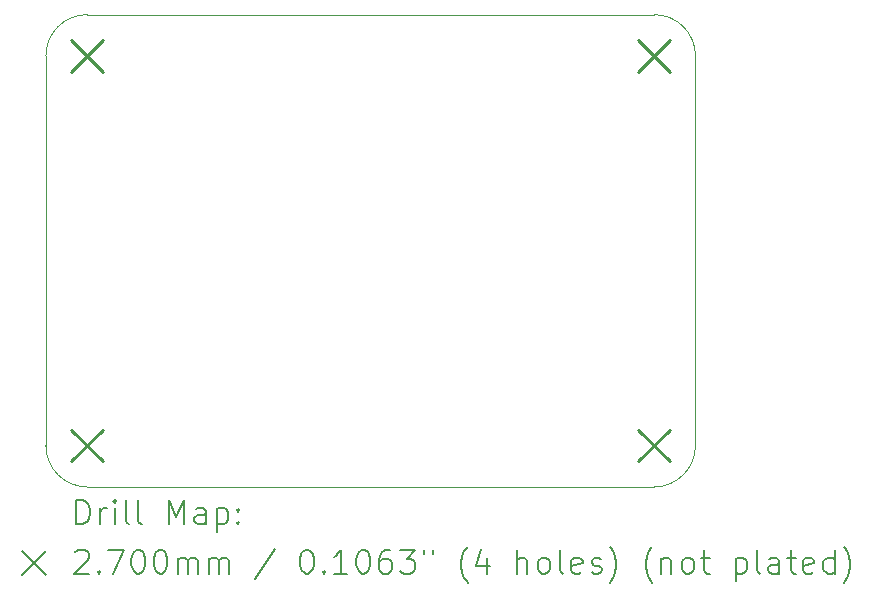
<source format=gbr>
%TF.GenerationSoftware,KiCad,Pcbnew,8.0.1*%
%TF.CreationDate,2024-12-17T09:37:03-05:00*%
%TF.ProjectId,cm,636d2e6b-6963-4616-945f-706362585858,rev?*%
%TF.SameCoordinates,Original*%
%TF.FileFunction,Drillmap*%
%TF.FilePolarity,Positive*%
%FSLAX45Y45*%
G04 Gerber Fmt 4.5, Leading zero omitted, Abs format (unit mm)*
G04 Created by KiCad (PCBNEW 8.0.1) date 2024-12-17 09:37:03*
%MOMM*%
%LPD*%
G01*
G04 APERTURE LIST*
%ADD10C,0.050000*%
%ADD11C,0.200000*%
%ADD12C,0.270000*%
G04 APERTURE END LIST*
D10*
X9337013Y-9928013D02*
G75*
G02*
X8986997Y-9578000I-3J350013D01*
G01*
X14487000Y-6279000D02*
X14487000Y-9578000D01*
X14137000Y-9928013D02*
X9337013Y-9928013D01*
X8987000Y-9578000D02*
X8987000Y-6279000D01*
X14486995Y-9578000D02*
G75*
G02*
X14136994Y-9928006I-350006J0D01*
G01*
X14137000Y-5929000D02*
G75*
G02*
X14487020Y-6279018I0J-350020D01*
G01*
X9337040Y-5929000D02*
X14137040Y-5929000D01*
X8986987Y-6279013D02*
G75*
G02*
X9337000Y-5928997I350013J3D01*
G01*
D11*
D12*
X9202000Y-6144013D02*
X9472000Y-6414013D01*
X9472000Y-6144013D02*
X9202000Y-6414013D01*
X9202013Y-9443000D02*
X9472013Y-9713000D01*
X9472013Y-9443000D02*
X9202013Y-9713000D01*
X14001987Y-9443000D02*
X14271987Y-9713000D01*
X14271987Y-9443000D02*
X14001987Y-9713000D01*
X14002504Y-6144013D02*
X14272504Y-6414013D01*
X14272504Y-6144013D02*
X14002504Y-6414013D01*
D11*
X9245264Y-10241997D02*
X9245264Y-10041997D01*
X9245264Y-10041997D02*
X9292883Y-10041997D01*
X9292883Y-10041997D02*
X9321455Y-10051520D01*
X9321455Y-10051520D02*
X9340502Y-10070568D01*
X9340502Y-10070568D02*
X9350026Y-10089616D01*
X9350026Y-10089616D02*
X9359550Y-10127711D01*
X9359550Y-10127711D02*
X9359550Y-10156282D01*
X9359550Y-10156282D02*
X9350026Y-10194378D01*
X9350026Y-10194378D02*
X9340502Y-10213425D01*
X9340502Y-10213425D02*
X9321455Y-10232473D01*
X9321455Y-10232473D02*
X9292883Y-10241997D01*
X9292883Y-10241997D02*
X9245264Y-10241997D01*
X9445264Y-10241997D02*
X9445264Y-10108663D01*
X9445264Y-10146759D02*
X9454788Y-10127711D01*
X9454788Y-10127711D02*
X9464312Y-10118187D01*
X9464312Y-10118187D02*
X9483359Y-10108663D01*
X9483359Y-10108663D02*
X9502407Y-10108663D01*
X9569074Y-10241997D02*
X9569074Y-10108663D01*
X9569074Y-10041997D02*
X9559550Y-10051520D01*
X9559550Y-10051520D02*
X9569074Y-10061044D01*
X9569074Y-10061044D02*
X9578597Y-10051520D01*
X9578597Y-10051520D02*
X9569074Y-10041997D01*
X9569074Y-10041997D02*
X9569074Y-10061044D01*
X9692883Y-10241997D02*
X9673835Y-10232473D01*
X9673835Y-10232473D02*
X9664312Y-10213425D01*
X9664312Y-10213425D02*
X9664312Y-10041997D01*
X9797645Y-10241997D02*
X9778597Y-10232473D01*
X9778597Y-10232473D02*
X9769074Y-10213425D01*
X9769074Y-10213425D02*
X9769074Y-10041997D01*
X10026216Y-10241997D02*
X10026216Y-10041997D01*
X10026216Y-10041997D02*
X10092883Y-10184854D01*
X10092883Y-10184854D02*
X10159550Y-10041997D01*
X10159550Y-10041997D02*
X10159550Y-10241997D01*
X10340502Y-10241997D02*
X10340502Y-10137235D01*
X10340502Y-10137235D02*
X10330978Y-10118187D01*
X10330978Y-10118187D02*
X10311931Y-10108663D01*
X10311931Y-10108663D02*
X10273835Y-10108663D01*
X10273835Y-10108663D02*
X10254788Y-10118187D01*
X10340502Y-10232473D02*
X10321455Y-10241997D01*
X10321455Y-10241997D02*
X10273835Y-10241997D01*
X10273835Y-10241997D02*
X10254788Y-10232473D01*
X10254788Y-10232473D02*
X10245264Y-10213425D01*
X10245264Y-10213425D02*
X10245264Y-10194378D01*
X10245264Y-10194378D02*
X10254788Y-10175330D01*
X10254788Y-10175330D02*
X10273835Y-10165806D01*
X10273835Y-10165806D02*
X10321455Y-10165806D01*
X10321455Y-10165806D02*
X10340502Y-10156282D01*
X10435740Y-10108663D02*
X10435740Y-10308663D01*
X10435740Y-10118187D02*
X10454788Y-10108663D01*
X10454788Y-10108663D02*
X10492883Y-10108663D01*
X10492883Y-10108663D02*
X10511931Y-10118187D01*
X10511931Y-10118187D02*
X10521455Y-10127711D01*
X10521455Y-10127711D02*
X10530978Y-10146759D01*
X10530978Y-10146759D02*
X10530978Y-10203901D01*
X10530978Y-10203901D02*
X10521455Y-10222949D01*
X10521455Y-10222949D02*
X10511931Y-10232473D01*
X10511931Y-10232473D02*
X10492883Y-10241997D01*
X10492883Y-10241997D02*
X10454788Y-10241997D01*
X10454788Y-10241997D02*
X10435740Y-10232473D01*
X10616693Y-10222949D02*
X10626216Y-10232473D01*
X10626216Y-10232473D02*
X10616693Y-10241997D01*
X10616693Y-10241997D02*
X10607169Y-10232473D01*
X10607169Y-10232473D02*
X10616693Y-10222949D01*
X10616693Y-10222949D02*
X10616693Y-10241997D01*
X10616693Y-10118187D02*
X10626216Y-10127711D01*
X10626216Y-10127711D02*
X10616693Y-10137235D01*
X10616693Y-10137235D02*
X10607169Y-10127711D01*
X10607169Y-10127711D02*
X10616693Y-10118187D01*
X10616693Y-10118187D02*
X10616693Y-10137235D01*
X8784487Y-10470513D02*
X8984487Y-10670513D01*
X8984487Y-10470513D02*
X8784487Y-10670513D01*
X9235740Y-10481044D02*
X9245264Y-10471520D01*
X9245264Y-10471520D02*
X9264312Y-10461997D01*
X9264312Y-10461997D02*
X9311931Y-10461997D01*
X9311931Y-10461997D02*
X9330978Y-10471520D01*
X9330978Y-10471520D02*
X9340502Y-10481044D01*
X9340502Y-10481044D02*
X9350026Y-10500092D01*
X9350026Y-10500092D02*
X9350026Y-10519139D01*
X9350026Y-10519139D02*
X9340502Y-10547711D01*
X9340502Y-10547711D02*
X9226216Y-10661997D01*
X9226216Y-10661997D02*
X9350026Y-10661997D01*
X9435740Y-10642949D02*
X9445264Y-10652473D01*
X9445264Y-10652473D02*
X9435740Y-10661997D01*
X9435740Y-10661997D02*
X9426216Y-10652473D01*
X9426216Y-10652473D02*
X9435740Y-10642949D01*
X9435740Y-10642949D02*
X9435740Y-10661997D01*
X9511931Y-10461997D02*
X9645264Y-10461997D01*
X9645264Y-10461997D02*
X9559550Y-10661997D01*
X9759550Y-10461997D02*
X9778597Y-10461997D01*
X9778597Y-10461997D02*
X9797645Y-10471520D01*
X9797645Y-10471520D02*
X9807169Y-10481044D01*
X9807169Y-10481044D02*
X9816693Y-10500092D01*
X9816693Y-10500092D02*
X9826216Y-10538187D01*
X9826216Y-10538187D02*
X9826216Y-10585806D01*
X9826216Y-10585806D02*
X9816693Y-10623901D01*
X9816693Y-10623901D02*
X9807169Y-10642949D01*
X9807169Y-10642949D02*
X9797645Y-10652473D01*
X9797645Y-10652473D02*
X9778597Y-10661997D01*
X9778597Y-10661997D02*
X9759550Y-10661997D01*
X9759550Y-10661997D02*
X9740502Y-10652473D01*
X9740502Y-10652473D02*
X9730978Y-10642949D01*
X9730978Y-10642949D02*
X9721455Y-10623901D01*
X9721455Y-10623901D02*
X9711931Y-10585806D01*
X9711931Y-10585806D02*
X9711931Y-10538187D01*
X9711931Y-10538187D02*
X9721455Y-10500092D01*
X9721455Y-10500092D02*
X9730978Y-10481044D01*
X9730978Y-10481044D02*
X9740502Y-10471520D01*
X9740502Y-10471520D02*
X9759550Y-10461997D01*
X9950026Y-10461997D02*
X9969074Y-10461997D01*
X9969074Y-10461997D02*
X9988121Y-10471520D01*
X9988121Y-10471520D02*
X9997645Y-10481044D01*
X9997645Y-10481044D02*
X10007169Y-10500092D01*
X10007169Y-10500092D02*
X10016693Y-10538187D01*
X10016693Y-10538187D02*
X10016693Y-10585806D01*
X10016693Y-10585806D02*
X10007169Y-10623901D01*
X10007169Y-10623901D02*
X9997645Y-10642949D01*
X9997645Y-10642949D02*
X9988121Y-10652473D01*
X9988121Y-10652473D02*
X9969074Y-10661997D01*
X9969074Y-10661997D02*
X9950026Y-10661997D01*
X9950026Y-10661997D02*
X9930978Y-10652473D01*
X9930978Y-10652473D02*
X9921455Y-10642949D01*
X9921455Y-10642949D02*
X9911931Y-10623901D01*
X9911931Y-10623901D02*
X9902407Y-10585806D01*
X9902407Y-10585806D02*
X9902407Y-10538187D01*
X9902407Y-10538187D02*
X9911931Y-10500092D01*
X9911931Y-10500092D02*
X9921455Y-10481044D01*
X9921455Y-10481044D02*
X9930978Y-10471520D01*
X9930978Y-10471520D02*
X9950026Y-10461997D01*
X10102407Y-10661997D02*
X10102407Y-10528663D01*
X10102407Y-10547711D02*
X10111931Y-10538187D01*
X10111931Y-10538187D02*
X10130978Y-10528663D01*
X10130978Y-10528663D02*
X10159550Y-10528663D01*
X10159550Y-10528663D02*
X10178597Y-10538187D01*
X10178597Y-10538187D02*
X10188121Y-10557235D01*
X10188121Y-10557235D02*
X10188121Y-10661997D01*
X10188121Y-10557235D02*
X10197645Y-10538187D01*
X10197645Y-10538187D02*
X10216693Y-10528663D01*
X10216693Y-10528663D02*
X10245264Y-10528663D01*
X10245264Y-10528663D02*
X10264312Y-10538187D01*
X10264312Y-10538187D02*
X10273836Y-10557235D01*
X10273836Y-10557235D02*
X10273836Y-10661997D01*
X10369074Y-10661997D02*
X10369074Y-10528663D01*
X10369074Y-10547711D02*
X10378597Y-10538187D01*
X10378597Y-10538187D02*
X10397645Y-10528663D01*
X10397645Y-10528663D02*
X10426217Y-10528663D01*
X10426217Y-10528663D02*
X10445264Y-10538187D01*
X10445264Y-10538187D02*
X10454788Y-10557235D01*
X10454788Y-10557235D02*
X10454788Y-10661997D01*
X10454788Y-10557235D02*
X10464312Y-10538187D01*
X10464312Y-10538187D02*
X10483359Y-10528663D01*
X10483359Y-10528663D02*
X10511931Y-10528663D01*
X10511931Y-10528663D02*
X10530978Y-10538187D01*
X10530978Y-10538187D02*
X10540502Y-10557235D01*
X10540502Y-10557235D02*
X10540502Y-10661997D01*
X10930978Y-10452473D02*
X10759550Y-10709616D01*
X11188121Y-10461997D02*
X11207169Y-10461997D01*
X11207169Y-10461997D02*
X11226217Y-10471520D01*
X11226217Y-10471520D02*
X11235740Y-10481044D01*
X11235740Y-10481044D02*
X11245264Y-10500092D01*
X11245264Y-10500092D02*
X11254788Y-10538187D01*
X11254788Y-10538187D02*
X11254788Y-10585806D01*
X11254788Y-10585806D02*
X11245264Y-10623901D01*
X11245264Y-10623901D02*
X11235740Y-10642949D01*
X11235740Y-10642949D02*
X11226217Y-10652473D01*
X11226217Y-10652473D02*
X11207169Y-10661997D01*
X11207169Y-10661997D02*
X11188121Y-10661997D01*
X11188121Y-10661997D02*
X11169074Y-10652473D01*
X11169074Y-10652473D02*
X11159550Y-10642949D01*
X11159550Y-10642949D02*
X11150026Y-10623901D01*
X11150026Y-10623901D02*
X11140502Y-10585806D01*
X11140502Y-10585806D02*
X11140502Y-10538187D01*
X11140502Y-10538187D02*
X11150026Y-10500092D01*
X11150026Y-10500092D02*
X11159550Y-10481044D01*
X11159550Y-10481044D02*
X11169074Y-10471520D01*
X11169074Y-10471520D02*
X11188121Y-10461997D01*
X11340502Y-10642949D02*
X11350026Y-10652473D01*
X11350026Y-10652473D02*
X11340502Y-10661997D01*
X11340502Y-10661997D02*
X11330978Y-10652473D01*
X11330978Y-10652473D02*
X11340502Y-10642949D01*
X11340502Y-10642949D02*
X11340502Y-10661997D01*
X11540502Y-10661997D02*
X11426217Y-10661997D01*
X11483359Y-10661997D02*
X11483359Y-10461997D01*
X11483359Y-10461997D02*
X11464312Y-10490568D01*
X11464312Y-10490568D02*
X11445264Y-10509616D01*
X11445264Y-10509616D02*
X11426217Y-10519139D01*
X11664312Y-10461997D02*
X11683359Y-10461997D01*
X11683359Y-10461997D02*
X11702407Y-10471520D01*
X11702407Y-10471520D02*
X11711931Y-10481044D01*
X11711931Y-10481044D02*
X11721455Y-10500092D01*
X11721455Y-10500092D02*
X11730978Y-10538187D01*
X11730978Y-10538187D02*
X11730978Y-10585806D01*
X11730978Y-10585806D02*
X11721455Y-10623901D01*
X11721455Y-10623901D02*
X11711931Y-10642949D01*
X11711931Y-10642949D02*
X11702407Y-10652473D01*
X11702407Y-10652473D02*
X11683359Y-10661997D01*
X11683359Y-10661997D02*
X11664312Y-10661997D01*
X11664312Y-10661997D02*
X11645264Y-10652473D01*
X11645264Y-10652473D02*
X11635740Y-10642949D01*
X11635740Y-10642949D02*
X11626217Y-10623901D01*
X11626217Y-10623901D02*
X11616693Y-10585806D01*
X11616693Y-10585806D02*
X11616693Y-10538187D01*
X11616693Y-10538187D02*
X11626217Y-10500092D01*
X11626217Y-10500092D02*
X11635740Y-10481044D01*
X11635740Y-10481044D02*
X11645264Y-10471520D01*
X11645264Y-10471520D02*
X11664312Y-10461997D01*
X11902407Y-10461997D02*
X11864312Y-10461997D01*
X11864312Y-10461997D02*
X11845264Y-10471520D01*
X11845264Y-10471520D02*
X11835740Y-10481044D01*
X11835740Y-10481044D02*
X11816693Y-10509616D01*
X11816693Y-10509616D02*
X11807169Y-10547711D01*
X11807169Y-10547711D02*
X11807169Y-10623901D01*
X11807169Y-10623901D02*
X11816693Y-10642949D01*
X11816693Y-10642949D02*
X11826217Y-10652473D01*
X11826217Y-10652473D02*
X11845264Y-10661997D01*
X11845264Y-10661997D02*
X11883359Y-10661997D01*
X11883359Y-10661997D02*
X11902407Y-10652473D01*
X11902407Y-10652473D02*
X11911931Y-10642949D01*
X11911931Y-10642949D02*
X11921455Y-10623901D01*
X11921455Y-10623901D02*
X11921455Y-10576282D01*
X11921455Y-10576282D02*
X11911931Y-10557235D01*
X11911931Y-10557235D02*
X11902407Y-10547711D01*
X11902407Y-10547711D02*
X11883359Y-10538187D01*
X11883359Y-10538187D02*
X11845264Y-10538187D01*
X11845264Y-10538187D02*
X11826217Y-10547711D01*
X11826217Y-10547711D02*
X11816693Y-10557235D01*
X11816693Y-10557235D02*
X11807169Y-10576282D01*
X11988121Y-10461997D02*
X12111931Y-10461997D01*
X12111931Y-10461997D02*
X12045264Y-10538187D01*
X12045264Y-10538187D02*
X12073836Y-10538187D01*
X12073836Y-10538187D02*
X12092883Y-10547711D01*
X12092883Y-10547711D02*
X12102407Y-10557235D01*
X12102407Y-10557235D02*
X12111931Y-10576282D01*
X12111931Y-10576282D02*
X12111931Y-10623901D01*
X12111931Y-10623901D02*
X12102407Y-10642949D01*
X12102407Y-10642949D02*
X12092883Y-10652473D01*
X12092883Y-10652473D02*
X12073836Y-10661997D01*
X12073836Y-10661997D02*
X12016693Y-10661997D01*
X12016693Y-10661997D02*
X11997645Y-10652473D01*
X11997645Y-10652473D02*
X11988121Y-10642949D01*
X12188121Y-10461997D02*
X12188121Y-10500092D01*
X12264312Y-10461997D02*
X12264312Y-10500092D01*
X12559550Y-10738187D02*
X12550026Y-10728663D01*
X12550026Y-10728663D02*
X12530979Y-10700092D01*
X12530979Y-10700092D02*
X12521455Y-10681044D01*
X12521455Y-10681044D02*
X12511931Y-10652473D01*
X12511931Y-10652473D02*
X12502407Y-10604854D01*
X12502407Y-10604854D02*
X12502407Y-10566759D01*
X12502407Y-10566759D02*
X12511931Y-10519139D01*
X12511931Y-10519139D02*
X12521455Y-10490568D01*
X12521455Y-10490568D02*
X12530979Y-10471520D01*
X12530979Y-10471520D02*
X12550026Y-10442949D01*
X12550026Y-10442949D02*
X12559550Y-10433425D01*
X12721455Y-10528663D02*
X12721455Y-10661997D01*
X12673836Y-10452473D02*
X12626217Y-10595330D01*
X12626217Y-10595330D02*
X12750026Y-10595330D01*
X12978598Y-10661997D02*
X12978598Y-10461997D01*
X13064312Y-10661997D02*
X13064312Y-10557235D01*
X13064312Y-10557235D02*
X13054788Y-10538187D01*
X13054788Y-10538187D02*
X13035741Y-10528663D01*
X13035741Y-10528663D02*
X13007169Y-10528663D01*
X13007169Y-10528663D02*
X12988121Y-10538187D01*
X12988121Y-10538187D02*
X12978598Y-10547711D01*
X13188121Y-10661997D02*
X13169074Y-10652473D01*
X13169074Y-10652473D02*
X13159550Y-10642949D01*
X13159550Y-10642949D02*
X13150026Y-10623901D01*
X13150026Y-10623901D02*
X13150026Y-10566759D01*
X13150026Y-10566759D02*
X13159550Y-10547711D01*
X13159550Y-10547711D02*
X13169074Y-10538187D01*
X13169074Y-10538187D02*
X13188121Y-10528663D01*
X13188121Y-10528663D02*
X13216693Y-10528663D01*
X13216693Y-10528663D02*
X13235741Y-10538187D01*
X13235741Y-10538187D02*
X13245264Y-10547711D01*
X13245264Y-10547711D02*
X13254788Y-10566759D01*
X13254788Y-10566759D02*
X13254788Y-10623901D01*
X13254788Y-10623901D02*
X13245264Y-10642949D01*
X13245264Y-10642949D02*
X13235741Y-10652473D01*
X13235741Y-10652473D02*
X13216693Y-10661997D01*
X13216693Y-10661997D02*
X13188121Y-10661997D01*
X13369074Y-10661997D02*
X13350026Y-10652473D01*
X13350026Y-10652473D02*
X13340502Y-10633425D01*
X13340502Y-10633425D02*
X13340502Y-10461997D01*
X13521455Y-10652473D02*
X13502407Y-10661997D01*
X13502407Y-10661997D02*
X13464312Y-10661997D01*
X13464312Y-10661997D02*
X13445264Y-10652473D01*
X13445264Y-10652473D02*
X13435741Y-10633425D01*
X13435741Y-10633425D02*
X13435741Y-10557235D01*
X13435741Y-10557235D02*
X13445264Y-10538187D01*
X13445264Y-10538187D02*
X13464312Y-10528663D01*
X13464312Y-10528663D02*
X13502407Y-10528663D01*
X13502407Y-10528663D02*
X13521455Y-10538187D01*
X13521455Y-10538187D02*
X13530979Y-10557235D01*
X13530979Y-10557235D02*
X13530979Y-10576282D01*
X13530979Y-10576282D02*
X13435741Y-10595330D01*
X13607169Y-10652473D02*
X13626217Y-10661997D01*
X13626217Y-10661997D02*
X13664312Y-10661997D01*
X13664312Y-10661997D02*
X13683360Y-10652473D01*
X13683360Y-10652473D02*
X13692883Y-10633425D01*
X13692883Y-10633425D02*
X13692883Y-10623901D01*
X13692883Y-10623901D02*
X13683360Y-10604854D01*
X13683360Y-10604854D02*
X13664312Y-10595330D01*
X13664312Y-10595330D02*
X13635741Y-10595330D01*
X13635741Y-10595330D02*
X13616693Y-10585806D01*
X13616693Y-10585806D02*
X13607169Y-10566759D01*
X13607169Y-10566759D02*
X13607169Y-10557235D01*
X13607169Y-10557235D02*
X13616693Y-10538187D01*
X13616693Y-10538187D02*
X13635741Y-10528663D01*
X13635741Y-10528663D02*
X13664312Y-10528663D01*
X13664312Y-10528663D02*
X13683360Y-10538187D01*
X13759550Y-10738187D02*
X13769074Y-10728663D01*
X13769074Y-10728663D02*
X13788122Y-10700092D01*
X13788122Y-10700092D02*
X13797645Y-10681044D01*
X13797645Y-10681044D02*
X13807169Y-10652473D01*
X13807169Y-10652473D02*
X13816693Y-10604854D01*
X13816693Y-10604854D02*
X13816693Y-10566759D01*
X13816693Y-10566759D02*
X13807169Y-10519139D01*
X13807169Y-10519139D02*
X13797645Y-10490568D01*
X13797645Y-10490568D02*
X13788122Y-10471520D01*
X13788122Y-10471520D02*
X13769074Y-10442949D01*
X13769074Y-10442949D02*
X13759550Y-10433425D01*
X14121455Y-10738187D02*
X14111931Y-10728663D01*
X14111931Y-10728663D02*
X14092883Y-10700092D01*
X14092883Y-10700092D02*
X14083360Y-10681044D01*
X14083360Y-10681044D02*
X14073836Y-10652473D01*
X14073836Y-10652473D02*
X14064312Y-10604854D01*
X14064312Y-10604854D02*
X14064312Y-10566759D01*
X14064312Y-10566759D02*
X14073836Y-10519139D01*
X14073836Y-10519139D02*
X14083360Y-10490568D01*
X14083360Y-10490568D02*
X14092883Y-10471520D01*
X14092883Y-10471520D02*
X14111931Y-10442949D01*
X14111931Y-10442949D02*
X14121455Y-10433425D01*
X14197645Y-10528663D02*
X14197645Y-10661997D01*
X14197645Y-10547711D02*
X14207169Y-10538187D01*
X14207169Y-10538187D02*
X14226217Y-10528663D01*
X14226217Y-10528663D02*
X14254788Y-10528663D01*
X14254788Y-10528663D02*
X14273836Y-10538187D01*
X14273836Y-10538187D02*
X14283360Y-10557235D01*
X14283360Y-10557235D02*
X14283360Y-10661997D01*
X14407169Y-10661997D02*
X14388122Y-10652473D01*
X14388122Y-10652473D02*
X14378598Y-10642949D01*
X14378598Y-10642949D02*
X14369074Y-10623901D01*
X14369074Y-10623901D02*
X14369074Y-10566759D01*
X14369074Y-10566759D02*
X14378598Y-10547711D01*
X14378598Y-10547711D02*
X14388122Y-10538187D01*
X14388122Y-10538187D02*
X14407169Y-10528663D01*
X14407169Y-10528663D02*
X14435741Y-10528663D01*
X14435741Y-10528663D02*
X14454788Y-10538187D01*
X14454788Y-10538187D02*
X14464312Y-10547711D01*
X14464312Y-10547711D02*
X14473836Y-10566759D01*
X14473836Y-10566759D02*
X14473836Y-10623901D01*
X14473836Y-10623901D02*
X14464312Y-10642949D01*
X14464312Y-10642949D02*
X14454788Y-10652473D01*
X14454788Y-10652473D02*
X14435741Y-10661997D01*
X14435741Y-10661997D02*
X14407169Y-10661997D01*
X14530979Y-10528663D02*
X14607169Y-10528663D01*
X14559550Y-10461997D02*
X14559550Y-10633425D01*
X14559550Y-10633425D02*
X14569074Y-10652473D01*
X14569074Y-10652473D02*
X14588122Y-10661997D01*
X14588122Y-10661997D02*
X14607169Y-10661997D01*
X14826217Y-10528663D02*
X14826217Y-10728663D01*
X14826217Y-10538187D02*
X14845264Y-10528663D01*
X14845264Y-10528663D02*
X14883360Y-10528663D01*
X14883360Y-10528663D02*
X14902407Y-10538187D01*
X14902407Y-10538187D02*
X14911931Y-10547711D01*
X14911931Y-10547711D02*
X14921455Y-10566759D01*
X14921455Y-10566759D02*
X14921455Y-10623901D01*
X14921455Y-10623901D02*
X14911931Y-10642949D01*
X14911931Y-10642949D02*
X14902407Y-10652473D01*
X14902407Y-10652473D02*
X14883360Y-10661997D01*
X14883360Y-10661997D02*
X14845264Y-10661997D01*
X14845264Y-10661997D02*
X14826217Y-10652473D01*
X15035741Y-10661997D02*
X15016693Y-10652473D01*
X15016693Y-10652473D02*
X15007169Y-10633425D01*
X15007169Y-10633425D02*
X15007169Y-10461997D01*
X15197645Y-10661997D02*
X15197645Y-10557235D01*
X15197645Y-10557235D02*
X15188122Y-10538187D01*
X15188122Y-10538187D02*
X15169074Y-10528663D01*
X15169074Y-10528663D02*
X15130979Y-10528663D01*
X15130979Y-10528663D02*
X15111931Y-10538187D01*
X15197645Y-10652473D02*
X15178598Y-10661997D01*
X15178598Y-10661997D02*
X15130979Y-10661997D01*
X15130979Y-10661997D02*
X15111931Y-10652473D01*
X15111931Y-10652473D02*
X15102407Y-10633425D01*
X15102407Y-10633425D02*
X15102407Y-10614378D01*
X15102407Y-10614378D02*
X15111931Y-10595330D01*
X15111931Y-10595330D02*
X15130979Y-10585806D01*
X15130979Y-10585806D02*
X15178598Y-10585806D01*
X15178598Y-10585806D02*
X15197645Y-10576282D01*
X15264312Y-10528663D02*
X15340503Y-10528663D01*
X15292884Y-10461997D02*
X15292884Y-10633425D01*
X15292884Y-10633425D02*
X15302407Y-10652473D01*
X15302407Y-10652473D02*
X15321455Y-10661997D01*
X15321455Y-10661997D02*
X15340503Y-10661997D01*
X15483360Y-10652473D02*
X15464312Y-10661997D01*
X15464312Y-10661997D02*
X15426217Y-10661997D01*
X15426217Y-10661997D02*
X15407169Y-10652473D01*
X15407169Y-10652473D02*
X15397645Y-10633425D01*
X15397645Y-10633425D02*
X15397645Y-10557235D01*
X15397645Y-10557235D02*
X15407169Y-10538187D01*
X15407169Y-10538187D02*
X15426217Y-10528663D01*
X15426217Y-10528663D02*
X15464312Y-10528663D01*
X15464312Y-10528663D02*
X15483360Y-10538187D01*
X15483360Y-10538187D02*
X15492884Y-10557235D01*
X15492884Y-10557235D02*
X15492884Y-10576282D01*
X15492884Y-10576282D02*
X15397645Y-10595330D01*
X15664312Y-10661997D02*
X15664312Y-10461997D01*
X15664312Y-10652473D02*
X15645265Y-10661997D01*
X15645265Y-10661997D02*
X15607169Y-10661997D01*
X15607169Y-10661997D02*
X15588122Y-10652473D01*
X15588122Y-10652473D02*
X15578598Y-10642949D01*
X15578598Y-10642949D02*
X15569074Y-10623901D01*
X15569074Y-10623901D02*
X15569074Y-10566759D01*
X15569074Y-10566759D02*
X15578598Y-10547711D01*
X15578598Y-10547711D02*
X15588122Y-10538187D01*
X15588122Y-10538187D02*
X15607169Y-10528663D01*
X15607169Y-10528663D02*
X15645265Y-10528663D01*
X15645265Y-10528663D02*
X15664312Y-10538187D01*
X15740503Y-10738187D02*
X15750026Y-10728663D01*
X15750026Y-10728663D02*
X15769074Y-10700092D01*
X15769074Y-10700092D02*
X15778598Y-10681044D01*
X15778598Y-10681044D02*
X15788122Y-10652473D01*
X15788122Y-10652473D02*
X15797645Y-10604854D01*
X15797645Y-10604854D02*
X15797645Y-10566759D01*
X15797645Y-10566759D02*
X15788122Y-10519139D01*
X15788122Y-10519139D02*
X15778598Y-10490568D01*
X15778598Y-10490568D02*
X15769074Y-10471520D01*
X15769074Y-10471520D02*
X15750026Y-10442949D01*
X15750026Y-10442949D02*
X15740503Y-10433425D01*
M02*

</source>
